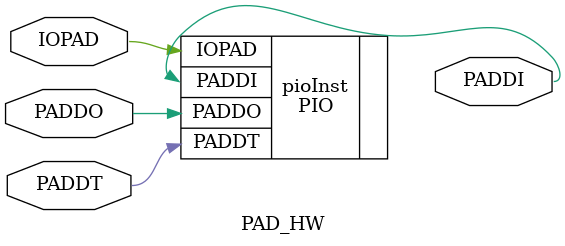
<source format=v>
`timescale 1ns/1ns
module PAD_HW (PADDT, PADDO, PADDI, IOPAD);
    //Port Type List [Expanded Bus/Bit]
    input PADDT;
    input PADDO;
    output PADDI;
    inout IOPAD;

    PIO pioInst (.PADDT(PADDT), .PADDO(PADDO), .PADDI(PADDI), .IOPAD(IOPAD));       
endmodule 

</source>
